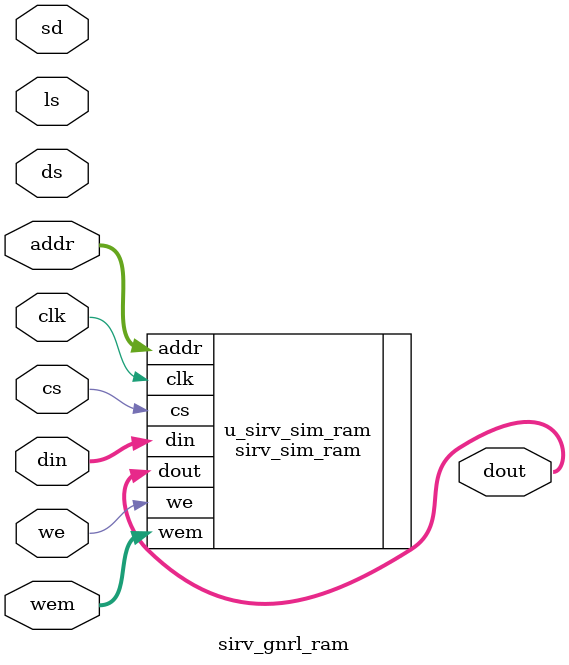
<source format=v>
 /*                                                                      
 Copyright 2017 Silicon Integrated Microelectronics, Inc.                
                                                                         
 Licensed under the Apache License, Version 2.0 (the "License");         
 you may not use this file except in compliance with the License.        
 You may obtain a copy of the License at                                 
                                                                         
     http://www.apache.org/licenses/LICENSE-2.0                          
                                                                         
  Unless required by applicable law or agreed to in writing, software    
 distributed under the License is distributed on an "AS IS" BASIS,       
 WITHOUT WARRANTIES OR CONDITIONS OF ANY KIND, either express or implied.
 See the License for the specific language governing permissions and     
 limitations under the License.                                          
 */                                                                      
                                                                         
                                                                         
                                                                         
//=====================================================================
//--        _______   ___
//--       (   ____/ /__/
//--        \ \     __
//--     ____\ \   / /
//--    /_______\ /_/   MICROELECTRONICS
//--
//=====================================================================
//
// Designer   : Bob Hu
//
// Description:
//  The top level RAM module
//
// ====================================================================

module sirv_gnrl_ram 
#(parameter DP = 32,
  parameter DW = 256,
  parameter AW = 5 
  ) (
  input            sd,
  input            ds,
  input            ls,

  input            clk,
  input            cs,
  input            we,
  input [AW-1:0]   addr,
  input [DW-1:0]   din,
  input [DW/8-1:0] wem,
  output[DW-1:0]   dout
);

//To add the ASIC or FPGA or Sim-model control here
// This is the Sim-model
//
`ifdef FPGA_SOURCE
sirv_sim_ram #(
    .DP (DP),
    .AW (AW),
    .DW (DW) 
)u_sirv_sim_ram (
    .clk   (clk),
    .din   (din),
    .addr  (addr),
    .cs    (cs),
    .we    (we),
    .wem   (wem),
    .dout  (dout)
);
`else
    //To instantiate different tech's ASIC SRAM model here
sirv_sim_ram #(
    .DP (DP),
    .AW (AW),
    .DW (DW) 
)u_sirv_sim_ram (
    .clk   (clk),
    .din   (din),
    .addr  (addr),
    .cs    (cs),
    .we    (we),
    .wem   (wem),
    .dout  (dout)
);
`endif

endmodule

</source>
